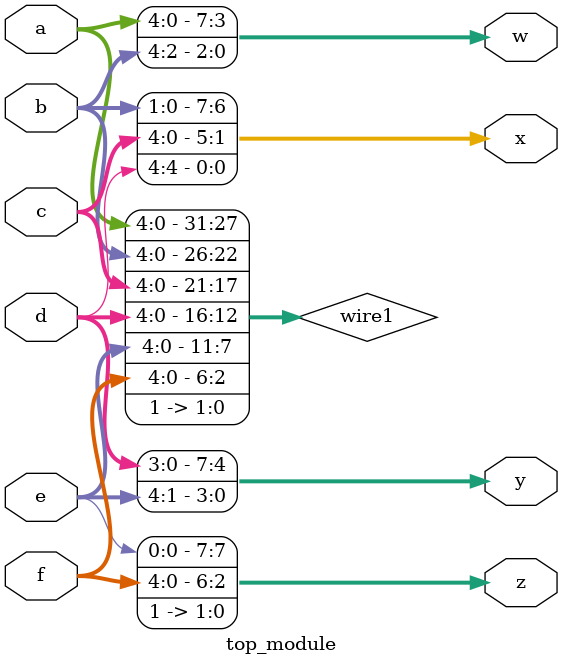
<source format=v>
module top_module (
    input [4:0] a, b, c, d, e, f,
    output [7:0] w, x, y, z );//

    wire [31:0] wire1={a,b,c,d,e,f,2'b11};
    
    assign w = wire1[31:24];
    assign x = wire1[23:16];
    assign y = wire1[15:8];
    assign z = wire1[7:0]; 

endmodule

</source>
